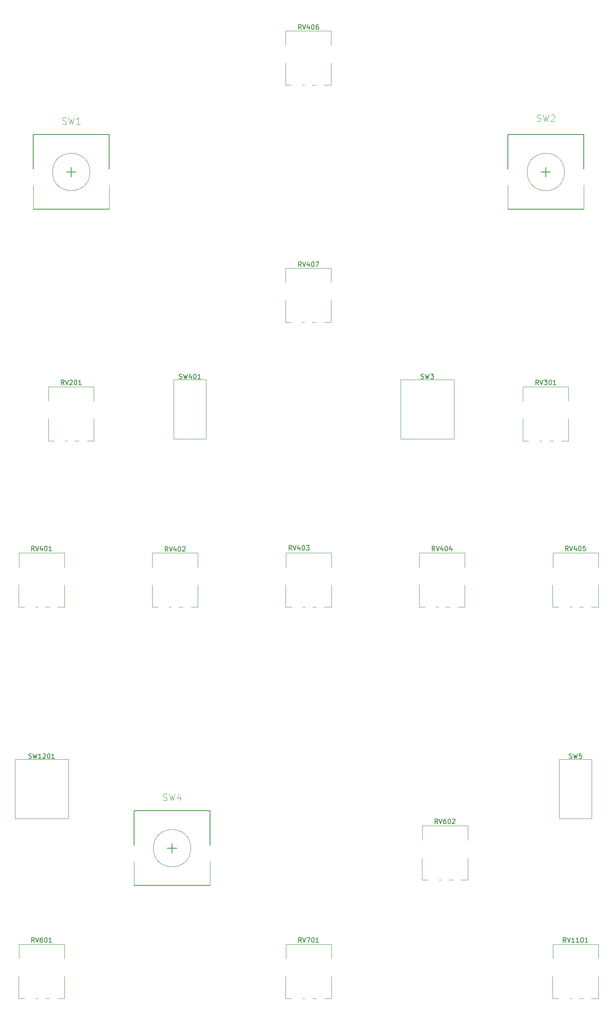
<source format=gto>
G04 #@! TF.GenerationSoftware,KiCad,Pcbnew,6.0.5+dfsg-1~bpo11+1*
G04 #@! TF.CreationDate,2023-02-06T17:01:20+00:00*
G04 #@! TF.ProjectId,VCF_VCA_BBD_board,5643465f-5643-4415-9f42-42445f626f61,1.0*
G04 #@! TF.SameCoordinates,Original*
G04 #@! TF.FileFunction,Legend,Top*
G04 #@! TF.FilePolarity,Positive*
%FSLAX46Y46*%
G04 Gerber Fmt 4.6, Leading zero omitted, Abs format (unit mm)*
G04 Created by KiCad (PCBNEW 6.0.5+dfsg-1~bpo11+1) date 2023-02-06 17:01:20*
%MOMM*%
%LPD*%
G01*
G04 APERTURE LIST*
%ADD10C,0.150000*%
%ADD11C,0.120000*%
%ADD12C,0.127000*%
%ADD13C,0.080000*%
%ADD14O,2.720000X3.240000*%
%ADD15R,1.800000X1.800000*%
%ADD16C,1.800000*%
%ADD17C,2.500000*%
%ADD18C,3.000000*%
%ADD19C,1.451600*%
%ADD20O,2.190000X1.740000*%
%ADD21C,1.440000*%
%ADD22C,2.600000*%
%ADD23C,2.000000*%
%ADD24C,1.600000*%
%ADD25R,1.600000X1.600000*%
%ADD26O,1.600000X1.600000*%
%ADD27R,1.700000X1.700000*%
%ADD28O,1.700000X1.700000*%
%ADD29C,1.700000*%
G04 APERTURE END LIST*
D10*
X105132380Y-78684380D02*
X104799047Y-78208190D01*
X104560952Y-78684380D02*
X104560952Y-77684380D01*
X104941904Y-77684380D01*
X105037142Y-77732000D01*
X105084761Y-77779619D01*
X105132380Y-77874857D01*
X105132380Y-78017714D01*
X105084761Y-78112952D01*
X105037142Y-78160571D01*
X104941904Y-78208190D01*
X104560952Y-78208190D01*
X105418095Y-77684380D02*
X105751428Y-78684380D01*
X106084761Y-77684380D01*
X106846666Y-78017714D02*
X106846666Y-78684380D01*
X106608571Y-77636761D02*
X106370476Y-78351047D01*
X106989523Y-78351047D01*
X107560952Y-77684380D02*
X107656190Y-77684380D01*
X107751428Y-77732000D01*
X107799047Y-77779619D01*
X107846666Y-77874857D01*
X107894285Y-78065333D01*
X107894285Y-78303428D01*
X107846666Y-78493904D01*
X107799047Y-78589142D01*
X107751428Y-78636761D01*
X107656190Y-78684380D01*
X107560952Y-78684380D01*
X107465714Y-78636761D01*
X107418095Y-78589142D01*
X107370476Y-78493904D01*
X107322857Y-78303428D01*
X107322857Y-78065333D01*
X107370476Y-77874857D01*
X107418095Y-77779619D01*
X107465714Y-77732000D01*
X107560952Y-77684380D01*
X108227619Y-77684380D02*
X108894285Y-77684380D01*
X108465714Y-78684380D01*
X105132380Y-27884380D02*
X104799047Y-27408190D01*
X104560952Y-27884380D02*
X104560952Y-26884380D01*
X104941904Y-26884380D01*
X105037142Y-26932000D01*
X105084761Y-26979619D01*
X105132380Y-27074857D01*
X105132380Y-27217714D01*
X105084761Y-27312952D01*
X105037142Y-27360571D01*
X104941904Y-27408190D01*
X104560952Y-27408190D01*
X105418095Y-26884380D02*
X105751428Y-27884380D01*
X106084761Y-26884380D01*
X106846666Y-27217714D02*
X106846666Y-27884380D01*
X106608571Y-26836761D02*
X106370476Y-27551047D01*
X106989523Y-27551047D01*
X107560952Y-26884380D02*
X107656190Y-26884380D01*
X107751428Y-26932000D01*
X107799047Y-26979619D01*
X107846666Y-27074857D01*
X107894285Y-27265333D01*
X107894285Y-27503428D01*
X107846666Y-27693904D01*
X107799047Y-27789142D01*
X107751428Y-27836761D01*
X107656190Y-27884380D01*
X107560952Y-27884380D01*
X107465714Y-27836761D01*
X107418095Y-27789142D01*
X107370476Y-27693904D01*
X107322857Y-27503428D01*
X107322857Y-27265333D01*
X107370476Y-27074857D01*
X107418095Y-26979619D01*
X107465714Y-26932000D01*
X107560952Y-26884380D01*
X108751428Y-26884380D02*
X108560952Y-26884380D01*
X108465714Y-26932000D01*
X108418095Y-26979619D01*
X108322857Y-27122476D01*
X108275238Y-27312952D01*
X108275238Y-27693904D01*
X108322857Y-27789142D01*
X108370476Y-27836761D01*
X108465714Y-27884380D01*
X108656190Y-27884380D01*
X108751428Y-27836761D01*
X108799047Y-27789142D01*
X108846666Y-27693904D01*
X108846666Y-27455809D01*
X108799047Y-27360571D01*
X108751428Y-27312952D01*
X108656190Y-27265333D01*
X108465714Y-27265333D01*
X108370476Y-27312952D01*
X108322857Y-27360571D01*
X108275238Y-27455809D01*
X130746666Y-102639761D02*
X130889523Y-102687380D01*
X131127619Y-102687380D01*
X131222857Y-102639761D01*
X131270476Y-102592142D01*
X131318095Y-102496904D01*
X131318095Y-102401666D01*
X131270476Y-102306428D01*
X131222857Y-102258809D01*
X131127619Y-102211190D01*
X130937142Y-102163571D01*
X130841904Y-102115952D01*
X130794285Y-102068333D01*
X130746666Y-101973095D01*
X130746666Y-101877857D01*
X130794285Y-101782619D01*
X130841904Y-101735000D01*
X130937142Y-101687380D01*
X131175238Y-101687380D01*
X131318095Y-101735000D01*
X131651428Y-101687380D02*
X131889523Y-102687380D01*
X132080000Y-101973095D01*
X132270476Y-102687380D01*
X132508571Y-101687380D01*
X132794285Y-101687380D02*
X133413333Y-101687380D01*
X133080000Y-102068333D01*
X133222857Y-102068333D01*
X133318095Y-102115952D01*
X133365714Y-102163571D01*
X133413333Y-102258809D01*
X133413333Y-102496904D01*
X133365714Y-102592142D01*
X133318095Y-102639761D01*
X133222857Y-102687380D01*
X132937142Y-102687380D01*
X132841904Y-102639761D01*
X132794285Y-102592142D01*
X54332380Y-103957380D02*
X53999047Y-103481190D01*
X53760952Y-103957380D02*
X53760952Y-102957380D01*
X54141904Y-102957380D01*
X54237142Y-103005000D01*
X54284761Y-103052619D01*
X54332380Y-103147857D01*
X54332380Y-103290714D01*
X54284761Y-103385952D01*
X54237142Y-103433571D01*
X54141904Y-103481190D01*
X53760952Y-103481190D01*
X54618095Y-102957380D02*
X54951428Y-103957380D01*
X55284761Y-102957380D01*
X55570476Y-103052619D02*
X55618095Y-103005000D01*
X55713333Y-102957380D01*
X55951428Y-102957380D01*
X56046666Y-103005000D01*
X56094285Y-103052619D01*
X56141904Y-103147857D01*
X56141904Y-103243095D01*
X56094285Y-103385952D01*
X55522857Y-103957380D01*
X56141904Y-103957380D01*
X56760952Y-102957380D02*
X56856190Y-102957380D01*
X56951428Y-103005000D01*
X56999047Y-103052619D01*
X57046666Y-103147857D01*
X57094285Y-103338333D01*
X57094285Y-103576428D01*
X57046666Y-103766904D01*
X56999047Y-103862142D01*
X56951428Y-103909761D01*
X56856190Y-103957380D01*
X56760952Y-103957380D01*
X56665714Y-103909761D01*
X56618095Y-103862142D01*
X56570476Y-103766904D01*
X56522857Y-103576428D01*
X56522857Y-103338333D01*
X56570476Y-103147857D01*
X56618095Y-103052619D01*
X56665714Y-103005000D01*
X56760952Y-102957380D01*
X58046666Y-103957380D02*
X57475238Y-103957380D01*
X57760952Y-103957380D02*
X57760952Y-102957380D01*
X57665714Y-103100238D01*
X57570476Y-103195476D01*
X57475238Y-103243095D01*
X46768095Y-183919761D02*
X46910952Y-183967380D01*
X47149047Y-183967380D01*
X47244285Y-183919761D01*
X47291904Y-183872142D01*
X47339523Y-183776904D01*
X47339523Y-183681666D01*
X47291904Y-183586428D01*
X47244285Y-183538809D01*
X47149047Y-183491190D01*
X46958571Y-183443571D01*
X46863333Y-183395952D01*
X46815714Y-183348333D01*
X46768095Y-183253095D01*
X46768095Y-183157857D01*
X46815714Y-183062619D01*
X46863333Y-183015000D01*
X46958571Y-182967380D01*
X47196666Y-182967380D01*
X47339523Y-183015000D01*
X47672857Y-182967380D02*
X47910952Y-183967380D01*
X48101428Y-183253095D01*
X48291904Y-183967380D01*
X48530000Y-182967380D01*
X49434761Y-183967380D02*
X48863333Y-183967380D01*
X49149047Y-183967380D02*
X49149047Y-182967380D01*
X49053809Y-183110238D01*
X48958571Y-183205476D01*
X48863333Y-183253095D01*
X49815714Y-183062619D02*
X49863333Y-183015000D01*
X49958571Y-182967380D01*
X50196666Y-182967380D01*
X50291904Y-183015000D01*
X50339523Y-183062619D01*
X50387142Y-183157857D01*
X50387142Y-183253095D01*
X50339523Y-183395952D01*
X49768095Y-183967380D01*
X50387142Y-183967380D01*
X51006190Y-182967380D02*
X51101428Y-182967380D01*
X51196666Y-183015000D01*
X51244285Y-183062619D01*
X51291904Y-183157857D01*
X51339523Y-183348333D01*
X51339523Y-183586428D01*
X51291904Y-183776904D01*
X51244285Y-183872142D01*
X51196666Y-183919761D01*
X51101428Y-183967380D01*
X51006190Y-183967380D01*
X50910952Y-183919761D01*
X50863333Y-183872142D01*
X50815714Y-183776904D01*
X50768095Y-183586428D01*
X50768095Y-183348333D01*
X50815714Y-183157857D01*
X50863333Y-183062619D01*
X50910952Y-183015000D01*
X51006190Y-182967380D01*
X52291904Y-183967380D02*
X51720476Y-183967380D01*
X52006190Y-183967380D02*
X52006190Y-182967380D01*
X51910952Y-183110238D01*
X51815714Y-183205476D01*
X51720476Y-183253095D01*
D11*
X75570000Y-192904285D02*
X75773571Y-192972142D01*
X76112857Y-192972142D01*
X76248571Y-192904285D01*
X76316428Y-192836428D01*
X76384285Y-192700714D01*
X76384285Y-192565000D01*
X76316428Y-192429285D01*
X76248571Y-192361428D01*
X76112857Y-192293571D01*
X75841428Y-192225714D01*
X75705714Y-192157857D01*
X75637857Y-192090000D01*
X75570000Y-191954285D01*
X75570000Y-191818571D01*
X75637857Y-191682857D01*
X75705714Y-191615000D01*
X75841428Y-191547142D01*
X76180714Y-191547142D01*
X76384285Y-191615000D01*
X76859285Y-191547142D02*
X77198571Y-192972142D01*
X77470000Y-191954285D01*
X77741428Y-192972142D01*
X78080714Y-191547142D01*
X79234285Y-192022142D02*
X79234285Y-192972142D01*
X78895000Y-191479285D02*
X78555714Y-192497142D01*
X79437857Y-192497142D01*
D10*
X105132380Y-223337380D02*
X104799047Y-222861190D01*
X104560952Y-223337380D02*
X104560952Y-222337380D01*
X104941904Y-222337380D01*
X105037142Y-222385000D01*
X105084761Y-222432619D01*
X105132380Y-222527857D01*
X105132380Y-222670714D01*
X105084761Y-222765952D01*
X105037142Y-222813571D01*
X104941904Y-222861190D01*
X104560952Y-222861190D01*
X105418095Y-222337380D02*
X105751428Y-223337380D01*
X106084761Y-222337380D01*
X106322857Y-222337380D02*
X106989523Y-222337380D01*
X106560952Y-223337380D01*
X107560952Y-222337380D02*
X107656190Y-222337380D01*
X107751428Y-222385000D01*
X107799047Y-222432619D01*
X107846666Y-222527857D01*
X107894285Y-222718333D01*
X107894285Y-222956428D01*
X107846666Y-223146904D01*
X107799047Y-223242142D01*
X107751428Y-223289761D01*
X107656190Y-223337380D01*
X107560952Y-223337380D01*
X107465714Y-223289761D01*
X107418095Y-223242142D01*
X107370476Y-223146904D01*
X107322857Y-222956428D01*
X107322857Y-222718333D01*
X107370476Y-222527857D01*
X107418095Y-222432619D01*
X107465714Y-222385000D01*
X107560952Y-222337380D01*
X108846666Y-223337380D02*
X108275238Y-223337380D01*
X108560952Y-223337380D02*
X108560952Y-222337380D01*
X108465714Y-222480238D01*
X108370476Y-222575476D01*
X108275238Y-222623095D01*
X103100380Y-139390380D02*
X102767047Y-138914190D01*
X102528952Y-139390380D02*
X102528952Y-138390380D01*
X102909904Y-138390380D01*
X103005142Y-138438000D01*
X103052761Y-138485619D01*
X103100380Y-138580857D01*
X103100380Y-138723714D01*
X103052761Y-138818952D01*
X103005142Y-138866571D01*
X102909904Y-138914190D01*
X102528952Y-138914190D01*
X103386095Y-138390380D02*
X103719428Y-139390380D01*
X104052761Y-138390380D01*
X104814666Y-138723714D02*
X104814666Y-139390380D01*
X104576571Y-138342761D02*
X104338476Y-139057047D01*
X104957523Y-139057047D01*
X105528952Y-138390380D02*
X105624190Y-138390380D01*
X105719428Y-138438000D01*
X105767047Y-138485619D01*
X105814666Y-138580857D01*
X105862285Y-138771333D01*
X105862285Y-139009428D01*
X105814666Y-139199904D01*
X105767047Y-139295142D01*
X105719428Y-139342761D01*
X105624190Y-139390380D01*
X105528952Y-139390380D01*
X105433714Y-139342761D01*
X105386095Y-139295142D01*
X105338476Y-139199904D01*
X105290857Y-139009428D01*
X105290857Y-138771333D01*
X105338476Y-138580857D01*
X105386095Y-138485619D01*
X105433714Y-138438000D01*
X105528952Y-138390380D01*
X106195619Y-138390380D02*
X106814666Y-138390380D01*
X106481333Y-138771333D01*
X106624190Y-138771333D01*
X106719428Y-138818952D01*
X106767047Y-138866571D01*
X106814666Y-138961809D01*
X106814666Y-139199904D01*
X106767047Y-139295142D01*
X106719428Y-139342761D01*
X106624190Y-139390380D01*
X106338476Y-139390380D01*
X106243238Y-139342761D01*
X106195619Y-139295142D01*
X155932380Y-103957380D02*
X155599047Y-103481190D01*
X155360952Y-103957380D02*
X155360952Y-102957380D01*
X155741904Y-102957380D01*
X155837142Y-103005000D01*
X155884761Y-103052619D01*
X155932380Y-103147857D01*
X155932380Y-103290714D01*
X155884761Y-103385952D01*
X155837142Y-103433571D01*
X155741904Y-103481190D01*
X155360952Y-103481190D01*
X156218095Y-102957380D02*
X156551428Y-103957380D01*
X156884761Y-102957380D01*
X157122857Y-102957380D02*
X157741904Y-102957380D01*
X157408571Y-103338333D01*
X157551428Y-103338333D01*
X157646666Y-103385952D01*
X157694285Y-103433571D01*
X157741904Y-103528809D01*
X157741904Y-103766904D01*
X157694285Y-103862142D01*
X157646666Y-103909761D01*
X157551428Y-103957380D01*
X157265714Y-103957380D01*
X157170476Y-103909761D01*
X157122857Y-103862142D01*
X158360952Y-102957380D02*
X158456190Y-102957380D01*
X158551428Y-103005000D01*
X158599047Y-103052619D01*
X158646666Y-103147857D01*
X158694285Y-103338333D01*
X158694285Y-103576428D01*
X158646666Y-103766904D01*
X158599047Y-103862142D01*
X158551428Y-103909761D01*
X158456190Y-103957380D01*
X158360952Y-103957380D01*
X158265714Y-103909761D01*
X158218095Y-103862142D01*
X158170476Y-103766904D01*
X158122857Y-103576428D01*
X158122857Y-103338333D01*
X158170476Y-103147857D01*
X158218095Y-103052619D01*
X158265714Y-103005000D01*
X158360952Y-102957380D01*
X159646666Y-103957380D02*
X159075238Y-103957380D01*
X159360952Y-103957380D02*
X159360952Y-102957380D01*
X159265714Y-103100238D01*
X159170476Y-103195476D01*
X159075238Y-103243095D01*
X76557380Y-139644380D02*
X76224047Y-139168190D01*
X75985952Y-139644380D02*
X75985952Y-138644380D01*
X76366904Y-138644380D01*
X76462142Y-138692000D01*
X76509761Y-138739619D01*
X76557380Y-138834857D01*
X76557380Y-138977714D01*
X76509761Y-139072952D01*
X76462142Y-139120571D01*
X76366904Y-139168190D01*
X75985952Y-139168190D01*
X76843095Y-138644380D02*
X77176428Y-139644380D01*
X77509761Y-138644380D01*
X78271666Y-138977714D02*
X78271666Y-139644380D01*
X78033571Y-138596761D02*
X77795476Y-139311047D01*
X78414523Y-139311047D01*
X78985952Y-138644380D02*
X79081190Y-138644380D01*
X79176428Y-138692000D01*
X79224047Y-138739619D01*
X79271666Y-138834857D01*
X79319285Y-139025333D01*
X79319285Y-139263428D01*
X79271666Y-139453904D01*
X79224047Y-139549142D01*
X79176428Y-139596761D01*
X79081190Y-139644380D01*
X78985952Y-139644380D01*
X78890714Y-139596761D01*
X78843095Y-139549142D01*
X78795476Y-139453904D01*
X78747857Y-139263428D01*
X78747857Y-139025333D01*
X78795476Y-138834857D01*
X78843095Y-138739619D01*
X78890714Y-138692000D01*
X78985952Y-138644380D01*
X79700238Y-138739619D02*
X79747857Y-138692000D01*
X79843095Y-138644380D01*
X80081190Y-138644380D01*
X80176428Y-138692000D01*
X80224047Y-138739619D01*
X80271666Y-138834857D01*
X80271666Y-138930095D01*
X80224047Y-139072952D01*
X79652619Y-139644380D01*
X80271666Y-139644380D01*
X162282380Y-139517380D02*
X161949047Y-139041190D01*
X161710952Y-139517380D02*
X161710952Y-138517380D01*
X162091904Y-138517380D01*
X162187142Y-138565000D01*
X162234761Y-138612619D01*
X162282380Y-138707857D01*
X162282380Y-138850714D01*
X162234761Y-138945952D01*
X162187142Y-138993571D01*
X162091904Y-139041190D01*
X161710952Y-139041190D01*
X162568095Y-138517380D02*
X162901428Y-139517380D01*
X163234761Y-138517380D01*
X163996666Y-138850714D02*
X163996666Y-139517380D01*
X163758571Y-138469761D02*
X163520476Y-139184047D01*
X164139523Y-139184047D01*
X164710952Y-138517380D02*
X164806190Y-138517380D01*
X164901428Y-138565000D01*
X164949047Y-138612619D01*
X164996666Y-138707857D01*
X165044285Y-138898333D01*
X165044285Y-139136428D01*
X164996666Y-139326904D01*
X164949047Y-139422142D01*
X164901428Y-139469761D01*
X164806190Y-139517380D01*
X164710952Y-139517380D01*
X164615714Y-139469761D01*
X164568095Y-139422142D01*
X164520476Y-139326904D01*
X164472857Y-139136428D01*
X164472857Y-138898333D01*
X164520476Y-138707857D01*
X164568095Y-138612619D01*
X164615714Y-138565000D01*
X164710952Y-138517380D01*
X165949047Y-138517380D02*
X165472857Y-138517380D01*
X165425238Y-138993571D01*
X165472857Y-138945952D01*
X165568095Y-138898333D01*
X165806190Y-138898333D01*
X165901428Y-138945952D01*
X165949047Y-138993571D01*
X165996666Y-139088809D01*
X165996666Y-139326904D01*
X165949047Y-139422142D01*
X165901428Y-139469761D01*
X165806190Y-139517380D01*
X165568095Y-139517380D01*
X165472857Y-139469761D01*
X165425238Y-139422142D01*
X47982380Y-223337380D02*
X47649047Y-222861190D01*
X47410952Y-223337380D02*
X47410952Y-222337380D01*
X47791904Y-222337380D01*
X47887142Y-222385000D01*
X47934761Y-222432619D01*
X47982380Y-222527857D01*
X47982380Y-222670714D01*
X47934761Y-222765952D01*
X47887142Y-222813571D01*
X47791904Y-222861190D01*
X47410952Y-222861190D01*
X48268095Y-222337380D02*
X48601428Y-223337380D01*
X48934761Y-222337380D01*
X49696666Y-222337380D02*
X49506190Y-222337380D01*
X49410952Y-222385000D01*
X49363333Y-222432619D01*
X49268095Y-222575476D01*
X49220476Y-222765952D01*
X49220476Y-223146904D01*
X49268095Y-223242142D01*
X49315714Y-223289761D01*
X49410952Y-223337380D01*
X49601428Y-223337380D01*
X49696666Y-223289761D01*
X49744285Y-223242142D01*
X49791904Y-223146904D01*
X49791904Y-222908809D01*
X49744285Y-222813571D01*
X49696666Y-222765952D01*
X49601428Y-222718333D01*
X49410952Y-222718333D01*
X49315714Y-222765952D01*
X49268095Y-222813571D01*
X49220476Y-222908809D01*
X50410952Y-222337380D02*
X50506190Y-222337380D01*
X50601428Y-222385000D01*
X50649047Y-222432619D01*
X50696666Y-222527857D01*
X50744285Y-222718333D01*
X50744285Y-222956428D01*
X50696666Y-223146904D01*
X50649047Y-223242142D01*
X50601428Y-223289761D01*
X50506190Y-223337380D01*
X50410952Y-223337380D01*
X50315714Y-223289761D01*
X50268095Y-223242142D01*
X50220476Y-223146904D01*
X50172857Y-222956428D01*
X50172857Y-222718333D01*
X50220476Y-222527857D01*
X50268095Y-222432619D01*
X50315714Y-222385000D01*
X50410952Y-222337380D01*
X51696666Y-223337380D02*
X51125238Y-223337380D01*
X51410952Y-223337380D02*
X51410952Y-222337380D01*
X51315714Y-222480238D01*
X51220476Y-222575476D01*
X51125238Y-222623095D01*
X47982380Y-139507380D02*
X47649047Y-139031190D01*
X47410952Y-139507380D02*
X47410952Y-138507380D01*
X47791904Y-138507380D01*
X47887142Y-138555000D01*
X47934761Y-138602619D01*
X47982380Y-138697857D01*
X47982380Y-138840714D01*
X47934761Y-138935952D01*
X47887142Y-138983571D01*
X47791904Y-139031190D01*
X47410952Y-139031190D01*
X48268095Y-138507380D02*
X48601428Y-139507380D01*
X48934761Y-138507380D01*
X49696666Y-138840714D02*
X49696666Y-139507380D01*
X49458571Y-138459761D02*
X49220476Y-139174047D01*
X49839523Y-139174047D01*
X50410952Y-138507380D02*
X50506190Y-138507380D01*
X50601428Y-138555000D01*
X50649047Y-138602619D01*
X50696666Y-138697857D01*
X50744285Y-138888333D01*
X50744285Y-139126428D01*
X50696666Y-139316904D01*
X50649047Y-139412142D01*
X50601428Y-139459761D01*
X50506190Y-139507380D01*
X50410952Y-139507380D01*
X50315714Y-139459761D01*
X50268095Y-139412142D01*
X50220476Y-139316904D01*
X50172857Y-139126428D01*
X50172857Y-138888333D01*
X50220476Y-138697857D01*
X50268095Y-138602619D01*
X50315714Y-138555000D01*
X50410952Y-138507380D01*
X51696666Y-139507380D02*
X51125238Y-139507380D01*
X51410952Y-139507380D02*
X51410952Y-138507380D01*
X51315714Y-138650238D01*
X51220476Y-138745476D01*
X51125238Y-138793095D01*
X134342380Y-197937380D02*
X134009047Y-197461190D01*
X133770952Y-197937380D02*
X133770952Y-196937380D01*
X134151904Y-196937380D01*
X134247142Y-196985000D01*
X134294761Y-197032619D01*
X134342380Y-197127857D01*
X134342380Y-197270714D01*
X134294761Y-197365952D01*
X134247142Y-197413571D01*
X134151904Y-197461190D01*
X133770952Y-197461190D01*
X134628095Y-196937380D02*
X134961428Y-197937380D01*
X135294761Y-196937380D01*
X136056666Y-196937380D02*
X135866190Y-196937380D01*
X135770952Y-196985000D01*
X135723333Y-197032619D01*
X135628095Y-197175476D01*
X135580476Y-197365952D01*
X135580476Y-197746904D01*
X135628095Y-197842142D01*
X135675714Y-197889761D01*
X135770952Y-197937380D01*
X135961428Y-197937380D01*
X136056666Y-197889761D01*
X136104285Y-197842142D01*
X136151904Y-197746904D01*
X136151904Y-197508809D01*
X136104285Y-197413571D01*
X136056666Y-197365952D01*
X135961428Y-197318333D01*
X135770952Y-197318333D01*
X135675714Y-197365952D01*
X135628095Y-197413571D01*
X135580476Y-197508809D01*
X136770952Y-196937380D02*
X136866190Y-196937380D01*
X136961428Y-196985000D01*
X137009047Y-197032619D01*
X137056666Y-197127857D01*
X137104285Y-197318333D01*
X137104285Y-197556428D01*
X137056666Y-197746904D01*
X137009047Y-197842142D01*
X136961428Y-197889761D01*
X136866190Y-197937380D01*
X136770952Y-197937380D01*
X136675714Y-197889761D01*
X136628095Y-197842142D01*
X136580476Y-197746904D01*
X136532857Y-197556428D01*
X136532857Y-197318333D01*
X136580476Y-197127857D01*
X136628095Y-197032619D01*
X136675714Y-196985000D01*
X136770952Y-196937380D01*
X137485238Y-197032619D02*
X137532857Y-196985000D01*
X137628095Y-196937380D01*
X137866190Y-196937380D01*
X137961428Y-196985000D01*
X138009047Y-197032619D01*
X138056666Y-197127857D01*
X138056666Y-197223095D01*
X138009047Y-197365952D01*
X137437619Y-197937380D01*
X138056666Y-197937380D01*
D11*
X53980000Y-48124285D02*
X54183571Y-48192142D01*
X54522857Y-48192142D01*
X54658571Y-48124285D01*
X54726428Y-48056428D01*
X54794285Y-47920714D01*
X54794285Y-47785000D01*
X54726428Y-47649285D01*
X54658571Y-47581428D01*
X54522857Y-47513571D01*
X54251428Y-47445714D01*
X54115714Y-47377857D01*
X54047857Y-47310000D01*
X53980000Y-47174285D01*
X53980000Y-47038571D01*
X54047857Y-46902857D01*
X54115714Y-46835000D01*
X54251428Y-46767142D01*
X54590714Y-46767142D01*
X54794285Y-46835000D01*
X55269285Y-46767142D02*
X55608571Y-48192142D01*
X55880000Y-47174285D01*
X56151428Y-48192142D01*
X56490714Y-46767142D01*
X57780000Y-48192142D02*
X56965714Y-48192142D01*
X57372857Y-48192142D02*
X57372857Y-46767142D01*
X57237142Y-46970714D01*
X57101428Y-47106428D01*
X56965714Y-47174285D01*
D10*
X162496666Y-183919761D02*
X162639523Y-183967380D01*
X162877619Y-183967380D01*
X162972857Y-183919761D01*
X163020476Y-183872142D01*
X163068095Y-183776904D01*
X163068095Y-183681666D01*
X163020476Y-183586428D01*
X162972857Y-183538809D01*
X162877619Y-183491190D01*
X162687142Y-183443571D01*
X162591904Y-183395952D01*
X162544285Y-183348333D01*
X162496666Y-183253095D01*
X162496666Y-183157857D01*
X162544285Y-183062619D01*
X162591904Y-183015000D01*
X162687142Y-182967380D01*
X162925238Y-182967380D01*
X163068095Y-183015000D01*
X163401428Y-182967380D02*
X163639523Y-183967380D01*
X163830000Y-183253095D01*
X164020476Y-183967380D01*
X164258571Y-182967380D01*
X165115714Y-182967380D02*
X164639523Y-182967380D01*
X164591904Y-183443571D01*
X164639523Y-183395952D01*
X164734761Y-183348333D01*
X164972857Y-183348333D01*
X165068095Y-183395952D01*
X165115714Y-183443571D01*
X165163333Y-183538809D01*
X165163333Y-183776904D01*
X165115714Y-183872142D01*
X165068095Y-183919761D01*
X164972857Y-183967380D01*
X164734761Y-183967380D01*
X164639523Y-183919761D01*
X164591904Y-183872142D01*
X133707380Y-139517380D02*
X133374047Y-139041190D01*
X133135952Y-139517380D02*
X133135952Y-138517380D01*
X133516904Y-138517380D01*
X133612142Y-138565000D01*
X133659761Y-138612619D01*
X133707380Y-138707857D01*
X133707380Y-138850714D01*
X133659761Y-138945952D01*
X133612142Y-138993571D01*
X133516904Y-139041190D01*
X133135952Y-139041190D01*
X133993095Y-138517380D02*
X134326428Y-139517380D01*
X134659761Y-138517380D01*
X135421666Y-138850714D02*
X135421666Y-139517380D01*
X135183571Y-138469761D02*
X134945476Y-139184047D01*
X135564523Y-139184047D01*
X136135952Y-138517380D02*
X136231190Y-138517380D01*
X136326428Y-138565000D01*
X136374047Y-138612619D01*
X136421666Y-138707857D01*
X136469285Y-138898333D01*
X136469285Y-139136428D01*
X136421666Y-139326904D01*
X136374047Y-139422142D01*
X136326428Y-139469761D01*
X136231190Y-139517380D01*
X136135952Y-139517380D01*
X136040714Y-139469761D01*
X135993095Y-139422142D01*
X135945476Y-139326904D01*
X135897857Y-139136428D01*
X135897857Y-138898333D01*
X135945476Y-138707857D01*
X135993095Y-138612619D01*
X136040714Y-138565000D01*
X136135952Y-138517380D01*
X137326428Y-138850714D02*
X137326428Y-139517380D01*
X137088333Y-138469761D02*
X136850238Y-139184047D01*
X137469285Y-139184047D01*
X78994285Y-102639761D02*
X79137142Y-102687380D01*
X79375238Y-102687380D01*
X79470476Y-102639761D01*
X79518095Y-102592142D01*
X79565714Y-102496904D01*
X79565714Y-102401666D01*
X79518095Y-102306428D01*
X79470476Y-102258809D01*
X79375238Y-102211190D01*
X79184761Y-102163571D01*
X79089523Y-102115952D01*
X79041904Y-102068333D01*
X78994285Y-101973095D01*
X78994285Y-101877857D01*
X79041904Y-101782619D01*
X79089523Y-101735000D01*
X79184761Y-101687380D01*
X79422857Y-101687380D01*
X79565714Y-101735000D01*
X79899047Y-101687380D02*
X80137142Y-102687380D01*
X80327619Y-101973095D01*
X80518095Y-102687380D01*
X80756190Y-101687380D01*
X81565714Y-102020714D02*
X81565714Y-102687380D01*
X81327619Y-101639761D02*
X81089523Y-102354047D01*
X81708571Y-102354047D01*
X82280000Y-101687380D02*
X82375238Y-101687380D01*
X82470476Y-101735000D01*
X82518095Y-101782619D01*
X82565714Y-101877857D01*
X82613333Y-102068333D01*
X82613333Y-102306428D01*
X82565714Y-102496904D01*
X82518095Y-102592142D01*
X82470476Y-102639761D01*
X82375238Y-102687380D01*
X82280000Y-102687380D01*
X82184761Y-102639761D01*
X82137142Y-102592142D01*
X82089523Y-102496904D01*
X82041904Y-102306428D01*
X82041904Y-102068333D01*
X82089523Y-101877857D01*
X82137142Y-101782619D01*
X82184761Y-101735000D01*
X82280000Y-101687380D01*
X83565714Y-102687380D02*
X82994285Y-102687380D01*
X83280000Y-102687380D02*
X83280000Y-101687380D01*
X83184761Y-101830238D01*
X83089523Y-101925476D01*
X82994285Y-101973095D01*
D11*
X155580000Y-47507978D02*
X155783571Y-47575835D01*
X156122857Y-47575835D01*
X156258571Y-47507978D01*
X156326428Y-47440121D01*
X156394285Y-47304407D01*
X156394285Y-47168693D01*
X156326428Y-47032978D01*
X156258571Y-46965121D01*
X156122857Y-46897264D01*
X155851428Y-46829407D01*
X155715714Y-46761550D01*
X155647857Y-46693693D01*
X155580000Y-46557978D01*
X155580000Y-46422264D01*
X155647857Y-46286550D01*
X155715714Y-46218693D01*
X155851428Y-46150835D01*
X156190714Y-46150835D01*
X156394285Y-46218693D01*
X156869285Y-46150835D02*
X157208571Y-47575835D01*
X157480000Y-46557978D01*
X157751428Y-47575835D01*
X158090714Y-46150835D01*
X158565714Y-46286550D02*
X158633571Y-46218693D01*
X158769285Y-46150835D01*
X159108571Y-46150835D01*
X159244285Y-46218693D01*
X159312142Y-46286550D01*
X159380000Y-46422264D01*
X159380000Y-46557978D01*
X159312142Y-46761550D01*
X158497857Y-47575835D01*
X159380000Y-47575835D01*
D10*
X161806190Y-223337380D02*
X161472857Y-222861190D01*
X161234761Y-223337380D02*
X161234761Y-222337380D01*
X161615714Y-222337380D01*
X161710952Y-222385000D01*
X161758571Y-222432619D01*
X161806190Y-222527857D01*
X161806190Y-222670714D01*
X161758571Y-222765952D01*
X161710952Y-222813571D01*
X161615714Y-222861190D01*
X161234761Y-222861190D01*
X162091904Y-222337380D02*
X162425238Y-223337380D01*
X162758571Y-222337380D01*
X163615714Y-223337380D02*
X163044285Y-223337380D01*
X163330000Y-223337380D02*
X163330000Y-222337380D01*
X163234761Y-222480238D01*
X163139523Y-222575476D01*
X163044285Y-222623095D01*
X164568095Y-223337380D02*
X163996666Y-223337380D01*
X164282380Y-223337380D02*
X164282380Y-222337380D01*
X164187142Y-222480238D01*
X164091904Y-222575476D01*
X163996666Y-222623095D01*
X165187142Y-222337380D02*
X165282380Y-222337380D01*
X165377619Y-222385000D01*
X165425238Y-222432619D01*
X165472857Y-222527857D01*
X165520476Y-222718333D01*
X165520476Y-222956428D01*
X165472857Y-223146904D01*
X165425238Y-223242142D01*
X165377619Y-223289761D01*
X165282380Y-223337380D01*
X165187142Y-223337380D01*
X165091904Y-223289761D01*
X165044285Y-223242142D01*
X164996666Y-223146904D01*
X164949047Y-222956428D01*
X164949047Y-222718333D01*
X164996666Y-222527857D01*
X165044285Y-222432619D01*
X165091904Y-222385000D01*
X165187142Y-222337380D01*
X166472857Y-223337380D02*
X165901428Y-223337380D01*
X166187142Y-223337380D02*
X166187142Y-222337380D01*
X166091904Y-222480238D01*
X165996666Y-222575476D01*
X165901428Y-222623095D01*
D11*
X101760000Y-90560000D02*
X101760000Y-85840000D01*
X111510000Y-82030000D02*
X111510000Y-78970000D01*
X105850000Y-90560000D02*
X105320000Y-90560000D01*
X108300000Y-90560000D02*
X107470000Y-90560000D01*
X101770000Y-82030000D02*
X101770000Y-78970000D01*
X102950000Y-90560000D02*
X101770000Y-90560000D01*
X111510000Y-78970000D02*
X101770000Y-78970000D01*
X111510000Y-90560000D02*
X111510000Y-85840000D01*
X111510000Y-90560000D02*
X110020000Y-90560000D01*
X101770000Y-31230000D02*
X101770000Y-28170000D01*
X108300000Y-39760000D02*
X107470000Y-39760000D01*
X111510000Y-31230000D02*
X111510000Y-28170000D01*
X105850000Y-39760000D02*
X105320000Y-39760000D01*
X101760000Y-39760000D02*
X101760000Y-35040000D01*
X111510000Y-39760000D02*
X111510000Y-35040000D01*
X111510000Y-39760000D02*
X110020000Y-39760000D01*
X111510000Y-28170000D02*
X101770000Y-28170000D01*
X102950000Y-39760000D02*
X101770000Y-39760000D01*
X137795000Y-115570000D02*
X126365000Y-115570000D01*
X126365000Y-102870000D02*
X137795000Y-102870000D01*
X126365000Y-115570000D02*
X126365000Y-102870000D01*
X137795000Y-102870000D02*
X137795000Y-115570000D01*
X60710000Y-115960000D02*
X59220000Y-115960000D01*
X60710000Y-115960000D02*
X60710000Y-111240000D01*
X57500000Y-115960000D02*
X56670000Y-115960000D01*
X55050000Y-115960000D02*
X54520000Y-115960000D01*
X50960000Y-115960000D02*
X50960000Y-111240000D01*
X60710000Y-104370000D02*
X50970000Y-104370000D01*
X60710000Y-107430000D02*
X60710000Y-104370000D01*
X50970000Y-107430000D02*
X50970000Y-104370000D01*
X52150000Y-115960000D02*
X50970000Y-115960000D01*
X43815000Y-196850000D02*
X43815000Y-184150000D01*
X55245000Y-196850000D02*
X43815000Y-196850000D01*
X55245000Y-184150000D02*
X55245000Y-196850000D01*
X43815000Y-184150000D02*
X55245000Y-184150000D01*
D12*
X69370000Y-195200000D02*
X69370000Y-202565000D01*
D11*
X85570000Y-211200000D02*
X85570000Y-205994000D01*
D12*
X85570000Y-202565000D02*
X85570000Y-195200000D01*
X84970000Y-211200000D02*
X85570000Y-211200000D01*
X69370000Y-211200000D02*
X69970000Y-211200000D01*
X77470000Y-202200000D02*
X77470000Y-204200000D01*
D11*
X69370000Y-211200000D02*
X69370000Y-205994000D01*
D12*
X78470000Y-203200000D02*
X76470000Y-203200000D01*
X85570000Y-195200000D02*
X69370000Y-195200000D01*
X69970000Y-211200000D02*
X84970000Y-211200000D01*
D13*
X81470000Y-203200000D02*
G75*
G03*
X81470000Y-203200000I-4000000J0D01*
G01*
D11*
X111550000Y-226810000D02*
X111550000Y-223750000D01*
X101800000Y-235340000D02*
X101800000Y-230620000D01*
X102990000Y-235340000D02*
X101810000Y-235340000D01*
X105890000Y-235340000D02*
X105360000Y-235340000D01*
X111550000Y-235340000D02*
X111550000Y-230620000D01*
X101810000Y-226810000D02*
X101810000Y-223750000D01*
X111550000Y-223750000D02*
X101810000Y-223750000D01*
X108340000Y-235340000D02*
X107510000Y-235340000D01*
X111550000Y-235340000D02*
X110060000Y-235340000D01*
X111550000Y-143000000D02*
X111550000Y-139940000D01*
X101810000Y-143000000D02*
X101810000Y-139940000D01*
X111550000Y-151530000D02*
X110060000Y-151530000D01*
X105890000Y-151530000D02*
X105360000Y-151530000D01*
X111550000Y-151530000D02*
X111550000Y-146810000D01*
X108340000Y-151530000D02*
X107510000Y-151530000D01*
X102990000Y-151530000D02*
X101810000Y-151530000D01*
X101800000Y-151530000D02*
X101800000Y-146810000D01*
X111550000Y-139940000D02*
X101810000Y-139940000D01*
X162310000Y-104370000D02*
X152570000Y-104370000D01*
X162310000Y-115960000D02*
X160820000Y-115960000D01*
X162310000Y-115960000D02*
X162310000Y-111240000D01*
X156650000Y-115960000D02*
X156120000Y-115960000D01*
X162310000Y-107430000D02*
X162310000Y-104370000D01*
X152570000Y-107430000D02*
X152570000Y-104370000D01*
X159100000Y-115960000D02*
X158270000Y-115960000D01*
X152560000Y-115960000D02*
X152560000Y-111240000D01*
X153750000Y-115960000D02*
X152570000Y-115960000D01*
X73225000Y-151520000D02*
X73225000Y-146800000D01*
X77315000Y-151520000D02*
X76785000Y-151520000D01*
X73235000Y-142990000D02*
X73235000Y-139930000D01*
X82975000Y-151520000D02*
X82975000Y-146800000D01*
X82975000Y-151520000D02*
X81485000Y-151520000D01*
X82975000Y-142990000D02*
X82975000Y-139930000D01*
X74415000Y-151520000D02*
X73235000Y-151520000D01*
X79765000Y-151520000D02*
X78935000Y-151520000D01*
X82975000Y-139930000D02*
X73235000Y-139930000D01*
X163040000Y-151520000D02*
X162510000Y-151520000D01*
X168700000Y-151520000D02*
X167210000Y-151520000D01*
X158950000Y-151520000D02*
X158950000Y-146800000D01*
X168700000Y-142990000D02*
X168700000Y-139930000D01*
X165490000Y-151520000D02*
X164660000Y-151520000D01*
X158960000Y-142990000D02*
X158960000Y-139930000D01*
X168700000Y-139930000D02*
X158960000Y-139930000D01*
X168700000Y-151520000D02*
X168700000Y-146800000D01*
X160140000Y-151520000D02*
X158960000Y-151520000D01*
X51190000Y-235350000D02*
X50360000Y-235350000D01*
X54400000Y-226820000D02*
X54400000Y-223760000D01*
X54400000Y-235350000D02*
X52910000Y-235350000D01*
X48740000Y-235350000D02*
X48210000Y-235350000D01*
X44660000Y-226820000D02*
X44660000Y-223760000D01*
X44650000Y-235350000D02*
X44650000Y-230630000D01*
X54400000Y-223760000D02*
X44660000Y-223760000D01*
X45840000Y-235350000D02*
X44660000Y-235350000D01*
X54400000Y-235350000D02*
X54400000Y-230630000D01*
X54400000Y-139930000D02*
X44660000Y-139930000D01*
X44650000Y-151520000D02*
X44650000Y-146800000D01*
X54400000Y-151520000D02*
X52910000Y-151520000D01*
X54400000Y-151520000D02*
X54400000Y-146800000D01*
X45840000Y-151520000D02*
X44660000Y-151520000D01*
X48740000Y-151520000D02*
X48210000Y-151520000D01*
X51190000Y-151520000D02*
X50360000Y-151520000D01*
X44660000Y-142990000D02*
X44660000Y-139930000D01*
X54400000Y-142990000D02*
X54400000Y-139930000D01*
X140760000Y-209940000D02*
X139270000Y-209940000D01*
X131020000Y-201410000D02*
X131020000Y-198350000D01*
X137550000Y-209940000D02*
X136720000Y-209940000D01*
X140760000Y-201410000D02*
X140760000Y-198350000D01*
X132200000Y-209940000D02*
X131020000Y-209940000D01*
X140760000Y-209940000D02*
X140760000Y-205220000D01*
X135100000Y-209940000D02*
X134570000Y-209940000D01*
X131010000Y-209940000D02*
X131010000Y-205220000D01*
X140760000Y-198350000D02*
X131020000Y-198350000D01*
X47780000Y-66420000D02*
X47780000Y-61214000D01*
D12*
X55880000Y-57420000D02*
X55880000Y-59420000D01*
X63980000Y-50420000D02*
X47780000Y-50420000D01*
X47780000Y-50420000D02*
X47780000Y-57785000D01*
D11*
X63980000Y-66420000D02*
X63980000Y-61214000D01*
D12*
X63980000Y-57785000D02*
X63980000Y-50420000D01*
X47780000Y-66420000D02*
X48380000Y-66420000D01*
X56880000Y-58420000D02*
X54880000Y-58420000D01*
X63380000Y-66420000D02*
X63980000Y-66420000D01*
X48380000Y-66420000D02*
X63380000Y-66420000D01*
D13*
X59880000Y-58420000D02*
G75*
G03*
X59880000Y-58420000I-4000000J0D01*
G01*
D11*
X167330000Y-196850000D02*
X160330000Y-196850000D01*
X160330000Y-196850000D02*
X160330000Y-184150000D01*
X167330000Y-184150000D02*
X167330000Y-196850000D01*
X160330000Y-184150000D02*
X167330000Y-184150000D01*
X140125000Y-151530000D02*
X138635000Y-151530000D01*
X140125000Y-139940000D02*
X130385000Y-139940000D01*
X136915000Y-151530000D02*
X136085000Y-151530000D01*
X140125000Y-151530000D02*
X140125000Y-146810000D01*
X130375000Y-151530000D02*
X130375000Y-146810000D01*
X140125000Y-143000000D02*
X140125000Y-139940000D01*
X130385000Y-143000000D02*
X130385000Y-139940000D01*
X134465000Y-151530000D02*
X133935000Y-151530000D01*
X131565000Y-151530000D02*
X130385000Y-151530000D01*
X84780000Y-102870000D02*
X84780000Y-115570000D01*
X84780000Y-115570000D02*
X77780000Y-115570000D01*
X77780000Y-115570000D02*
X77780000Y-102870000D01*
X77780000Y-102870000D02*
X84780000Y-102870000D01*
D12*
X149980000Y-66420000D02*
X164980000Y-66420000D01*
X165580000Y-50420000D02*
X149380000Y-50420000D01*
X149380000Y-66420000D02*
X149980000Y-66420000D01*
D11*
X149380000Y-66420000D02*
X149380000Y-61214000D01*
X165580000Y-66420000D02*
X165580000Y-61214000D01*
D12*
X164980000Y-66420000D02*
X165580000Y-66420000D01*
X149380000Y-50420000D02*
X149380000Y-57785000D01*
X158480000Y-58420000D02*
X156480000Y-58420000D01*
X165580000Y-57785000D02*
X165580000Y-50420000D01*
X157480000Y-57420000D02*
X157480000Y-59420000D01*
D13*
X161480000Y-58420000D02*
G75*
G03*
X161480000Y-58420000I-4000000J0D01*
G01*
D11*
X168700000Y-223750000D02*
X158960000Y-223750000D01*
X158960000Y-226810000D02*
X158960000Y-223750000D01*
X163040000Y-235340000D02*
X162510000Y-235340000D01*
X160140000Y-235340000D02*
X158960000Y-235340000D01*
X168700000Y-226810000D02*
X168700000Y-223750000D01*
X158950000Y-235340000D02*
X158950000Y-230620000D01*
X168700000Y-235340000D02*
X168700000Y-230620000D01*
X168700000Y-235340000D02*
X167210000Y-235340000D01*
X165490000Y-235340000D02*
X164660000Y-235340000D01*
%LPC*%
D14*
X111440000Y-83940000D03*
X101840000Y-83940000D03*
D15*
X104140000Y-91440000D03*
D16*
X106640000Y-91440000D03*
X109140000Y-91440000D03*
D14*
X101840000Y-33140000D03*
X111440000Y-33140000D03*
D15*
X104140000Y-40640000D03*
D16*
X106640000Y-40640000D03*
X109140000Y-40640000D03*
D17*
X129665000Y-113920000D03*
X129665000Y-109220000D03*
X129665000Y-104520000D03*
X134495000Y-113920000D03*
X134495000Y-109220000D03*
X134495000Y-104520000D03*
D14*
X51040000Y-109340000D03*
X60640000Y-109340000D03*
D15*
X53340000Y-116840000D03*
D16*
X55840000Y-116840000D03*
X58340000Y-116840000D03*
D17*
X51945000Y-185800000D03*
X51945000Y-190500000D03*
X51945000Y-195200000D03*
X47115000Y-185800000D03*
X47115000Y-190500000D03*
X47115000Y-195200000D03*
D18*
X69470000Y-204300000D03*
X85470000Y-204300000D03*
D19*
X72470000Y-194050000D03*
X74970000Y-194050000D03*
X77470000Y-194050000D03*
X79970000Y-194050000D03*
X82470000Y-194050000D03*
X82470000Y-212350000D03*
X79970000Y-212350000D03*
X77470000Y-212350000D03*
X74970000Y-212350000D03*
X72470000Y-212350000D03*
D14*
X111480000Y-228720000D03*
X101880000Y-228720000D03*
D15*
X104180000Y-236220000D03*
D16*
X106680000Y-236220000D03*
X109180000Y-236220000D03*
D14*
X111480000Y-144910000D03*
X101880000Y-144910000D03*
D15*
X104180000Y-152410000D03*
D16*
X106680000Y-152410000D03*
X109180000Y-152410000D03*
D14*
X162240000Y-109340000D03*
X152640000Y-109340000D03*
D15*
X154940000Y-116840000D03*
D16*
X157440000Y-116840000D03*
X159940000Y-116840000D03*
D14*
X82905000Y-144900000D03*
X73305000Y-144900000D03*
D15*
X75605000Y-152400000D03*
D16*
X78105000Y-152400000D03*
X80605000Y-152400000D03*
D14*
X159030000Y-144900000D03*
X168630000Y-144900000D03*
D15*
X161330000Y-152400000D03*
D16*
X163830000Y-152400000D03*
X166330000Y-152400000D03*
D14*
X44730000Y-228730000D03*
X54330000Y-228730000D03*
D15*
X47030000Y-236230000D03*
D16*
X49530000Y-236230000D03*
X52030000Y-236230000D03*
D14*
X54330000Y-144900000D03*
X44730000Y-144900000D03*
D15*
X47030000Y-152400000D03*
D16*
X49530000Y-152400000D03*
X52030000Y-152400000D03*
D14*
X140690000Y-203320000D03*
X131090000Y-203320000D03*
D15*
X133390000Y-210820000D03*
D16*
X135890000Y-210820000D03*
X138390000Y-210820000D03*
D18*
X63880000Y-59520000D03*
X47880000Y-59520000D03*
D19*
X50880000Y-49270000D03*
X53380000Y-49270000D03*
X55880000Y-49270000D03*
X58380000Y-49270000D03*
X60880000Y-49270000D03*
X60880000Y-67570000D03*
X58380000Y-67570000D03*
X55880000Y-67570000D03*
X53380000Y-67570000D03*
X50880000Y-67570000D03*
D17*
X163830000Y-185800000D03*
X163830000Y-190500000D03*
X163830000Y-195200000D03*
D14*
X130455000Y-144910000D03*
X140055000Y-144910000D03*
D15*
X132755000Y-152410000D03*
D16*
X135255000Y-152410000D03*
X137755000Y-152410000D03*
D17*
X81280000Y-113920000D03*
X81280000Y-109220000D03*
X81280000Y-104520000D03*
D18*
X165480000Y-59520000D03*
X149480000Y-59520000D03*
D19*
X152480000Y-49270000D03*
X154980000Y-49270000D03*
X157480000Y-49270000D03*
X159980000Y-49270000D03*
X162480000Y-49270000D03*
X162480000Y-67570000D03*
X159980000Y-67570000D03*
X157480000Y-67570000D03*
X154980000Y-67570000D03*
X152480000Y-67570000D03*
D14*
X168630000Y-228720000D03*
X159030000Y-228720000D03*
D15*
X161330000Y-236220000D03*
D16*
X163830000Y-236220000D03*
X166330000Y-236220000D03*
G36*
G01*
X165925000Y-214230000D02*
X164235000Y-214230000D01*
G75*
G02*
X163985000Y-213980000I0J250000D01*
G01*
X163985000Y-212740000D01*
G75*
G02*
X164235000Y-212490000I250000J0D01*
G01*
X165925000Y-212490000D01*
G75*
G02*
X166175000Y-212740000I0J-250000D01*
G01*
X166175000Y-213980000D01*
G75*
G02*
X165925000Y-214230000I-250000J0D01*
G01*
G37*
D20*
X165080000Y-210820000D03*
D21*
X67564000Y-185928000D03*
X65024000Y-185928000D03*
X62484000Y-185928000D03*
D22*
X81280000Y-133858000D03*
X73660000Y-133858000D03*
D21*
X81036000Y-225298000D03*
X78496000Y-225298000D03*
X75956000Y-225298000D03*
X94996000Y-225298000D03*
X92456000Y-225298000D03*
X89916000Y-225298000D03*
G36*
G01*
X165925000Y-172955000D02*
X164235000Y-172955000D01*
G75*
G02*
X163985000Y-172705000I0J250000D01*
G01*
X163985000Y-171465000D01*
G75*
G02*
X164235000Y-171215000I250000J0D01*
G01*
X165925000Y-171215000D01*
G75*
G02*
X166175000Y-171465000I0J-250000D01*
G01*
X166175000Y-172705000D01*
G75*
G02*
X165925000Y-172955000I-250000J0D01*
G01*
G37*
D20*
X165080000Y-169545000D03*
X165080000Y-167005000D03*
X165080000Y-164465000D03*
X165080000Y-161925000D03*
D21*
X109728000Y-49012000D03*
X109728000Y-51552000D03*
X109728000Y-54092000D03*
D23*
X153416000Y-72644000D03*
G36*
G01*
X47435000Y-37230000D02*
X49125000Y-37230000D01*
G75*
G02*
X49375000Y-37480000I0J-250000D01*
G01*
X49375000Y-38720000D01*
G75*
G02*
X49125000Y-38970000I-250000J0D01*
G01*
X47435000Y-38970000D01*
G75*
G02*
X47185000Y-38720000I0J250000D01*
G01*
X47185000Y-37480000D01*
G75*
G02*
X47435000Y-37230000I250000J0D01*
G01*
G37*
D20*
X48280000Y-40640000D03*
X48280000Y-43180000D03*
D23*
X94996000Y-34544000D03*
X48260000Y-70612000D03*
D24*
X149011000Y-44323000D03*
X151511000Y-44323000D03*
D21*
X68580000Y-225298000D03*
X66040000Y-225298000D03*
X63500000Y-225298000D03*
D25*
X137912000Y-215128000D03*
D26*
X137912000Y-217668000D03*
X137912000Y-220208000D03*
X137912000Y-222748000D03*
X137912000Y-225288000D03*
X137912000Y-227828000D03*
X137912000Y-230368000D03*
X137912000Y-232908000D03*
X130292000Y-232908000D03*
X130292000Y-230368000D03*
X130292000Y-227828000D03*
X130292000Y-225288000D03*
X130292000Y-222748000D03*
X130292000Y-220208000D03*
X130292000Y-217668000D03*
X130292000Y-215128000D03*
D24*
X125182000Y-146558000D03*
X120182000Y-146558000D03*
D23*
X70358000Y-109220000D03*
D27*
X137818500Y-192786000D03*
D28*
X135278500Y-192786000D03*
D23*
X108966000Y-106426000D03*
D21*
X121412000Y-127508000D03*
X121412000Y-130048000D03*
X121412000Y-132588000D03*
D23*
X85598000Y-231648000D03*
X100330000Y-104648000D03*
D25*
X50458380Y-123561500D03*
D24*
X47958380Y-123561500D03*
D23*
X156718000Y-193294000D03*
G36*
G01*
X165985000Y-93580000D02*
X164295000Y-93580000D01*
G75*
G02*
X164045000Y-93330000I0J250000D01*
G01*
X164045000Y-92090000D01*
G75*
G02*
X164295000Y-91840000I250000J0D01*
G01*
X165985000Y-91840000D01*
G75*
G02*
X166235000Y-92090000I0J-250000D01*
G01*
X166235000Y-93330000D01*
G75*
G02*
X165985000Y-93580000I-250000J0D01*
G01*
G37*
D20*
X165140000Y-90170000D03*
X165140000Y-87630000D03*
D23*
X121666000Y-34544000D03*
G36*
G01*
X165945000Y-131680000D02*
X164255000Y-131680000D01*
G75*
G02*
X164005000Y-131430000I0J250000D01*
G01*
X164005000Y-130190000D01*
G75*
G02*
X164255000Y-129940000I250000J0D01*
G01*
X165945000Y-129940000D01*
G75*
G02*
X166195000Y-130190000I0J-250000D01*
G01*
X166195000Y-131430000D01*
G75*
G02*
X165945000Y-131680000I-250000J0D01*
G01*
G37*
D20*
X165100000Y-128270000D03*
X165100000Y-125730000D03*
D24*
X141518000Y-227090000D03*
X146518000Y-227090000D03*
D21*
X109728000Y-65024000D03*
X109728000Y-67564000D03*
X109728000Y-70104000D03*
D25*
X58156000Y-161046000D03*
D26*
X58156000Y-163586000D03*
X58156000Y-166126000D03*
X58156000Y-168666000D03*
X50536000Y-168666000D03*
X50536000Y-166126000D03*
X50536000Y-163586000D03*
X50536000Y-161046000D03*
D23*
X158496000Y-32512000D03*
D21*
X92710000Y-166878000D03*
X90170000Y-166878000D03*
X87630000Y-166878000D03*
X84074000Y-185928000D03*
X81534000Y-185928000D03*
X78994000Y-185928000D03*
X68580000Y-213868000D03*
X66040000Y-213868000D03*
X63500000Y-213868000D03*
D23*
X117602000Y-203708000D03*
D24*
X147294000Y-210834000D03*
X142294000Y-210834000D03*
X67310000Y-196850000D03*
D26*
X57150000Y-196850000D03*
D23*
X93726000Y-176784000D03*
D21*
X103632000Y-49012000D03*
X103632000Y-51552000D03*
X103632000Y-54092000D03*
D23*
X131572000Y-133604000D03*
D25*
X57364000Y-123815500D03*
D24*
X54864000Y-123815500D03*
D27*
X101195500Y-217678000D03*
D28*
X98655500Y-217678000D03*
D21*
X103632000Y-65024000D03*
X103632000Y-67564000D03*
X103632000Y-70104000D03*
D24*
X119634000Y-220178000D03*
X119634000Y-215178000D03*
X97536000Y-168442000D03*
X97536000Y-173442000D03*
X119634000Y-229957000D03*
X119634000Y-224957000D03*
D21*
X114935000Y-158105000D03*
X114935000Y-160645000D03*
X114935000Y-163185000D03*
D23*
X65532000Y-110744000D03*
D24*
X126452000Y-121412000D03*
X121452000Y-121412000D03*
D23*
X120650000Y-166370000D03*
D25*
X109972000Y-158237000D03*
D26*
X109972000Y-160777000D03*
X109972000Y-170937000D03*
X109972000Y-173477000D03*
X102352000Y-173477000D03*
X102352000Y-170937000D03*
X102352000Y-160777000D03*
X102352000Y-158237000D03*
D23*
X147066000Y-103124000D03*
D25*
X116322000Y-122423000D03*
D26*
X116322000Y-124963000D03*
X116322000Y-135123000D03*
X116322000Y-137663000D03*
X108702000Y-137663000D03*
X108702000Y-135123000D03*
X108702000Y-124963000D03*
X108702000Y-122423000D03*
D23*
X117094000Y-181864000D03*
D21*
X102870000Y-125222000D03*
X100330000Y-125222000D03*
X97790000Y-125222000D03*
G36*
G01*
X46898000Y-133516000D02*
X48098000Y-133516000D01*
G75*
G02*
X48348000Y-133766000I0J-250000D01*
G01*
X48348000Y-134966000D01*
G75*
G02*
X48098000Y-135216000I-250000J0D01*
G01*
X46898000Y-135216000D01*
G75*
G02*
X46648000Y-134966000I0J250000D01*
G01*
X46648000Y-133766000D01*
G75*
G02*
X46898000Y-133516000I250000J0D01*
G01*
G37*
D29*
X47498000Y-136906000D03*
X50038000Y-134366000D03*
X50038000Y-136906000D03*
X52578000Y-134366000D03*
X52578000Y-136906000D03*
X55118000Y-134366000D03*
X55118000Y-136906000D03*
X57658000Y-134366000D03*
X57658000Y-136906000D03*
G36*
G01*
X165945000Y-46590000D02*
X164255000Y-46590000D01*
G75*
G02*
X164005000Y-46340000I0J250000D01*
G01*
X164005000Y-45100000D01*
G75*
G02*
X164255000Y-44850000I250000J0D01*
G01*
X165945000Y-44850000D01*
G75*
G02*
X166195000Y-45100000I0J-250000D01*
G01*
X166195000Y-46340000D01*
G75*
G02*
X165945000Y-46590000I-250000J0D01*
G01*
G37*
D20*
X165100000Y-43180000D03*
X165100000Y-40640000D03*
X165100000Y-38100000D03*
D23*
X64008000Y-38100000D03*
M02*

</source>
